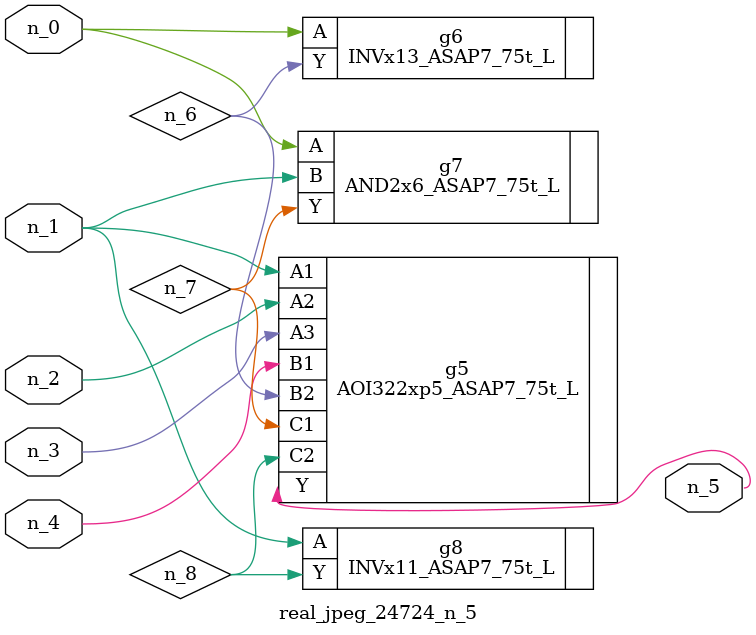
<source format=v>
module real_jpeg_24724_n_5 (n_4, n_0, n_1, n_2, n_3, n_5);

input n_4;
input n_0;
input n_1;
input n_2;
input n_3;

output n_5;

wire n_8;
wire n_6;
wire n_7;

INVx13_ASAP7_75t_L g6 ( 
.A(n_0),
.Y(n_6)
);

AND2x6_ASAP7_75t_L g7 ( 
.A(n_0),
.B(n_1),
.Y(n_7)
);

AOI322xp5_ASAP7_75t_L g5 ( 
.A1(n_1),
.A2(n_2),
.A3(n_3),
.B1(n_4),
.B2(n_6),
.C1(n_7),
.C2(n_8),
.Y(n_5)
);

INVx11_ASAP7_75t_L g8 ( 
.A(n_1),
.Y(n_8)
);


endmodule
</source>
